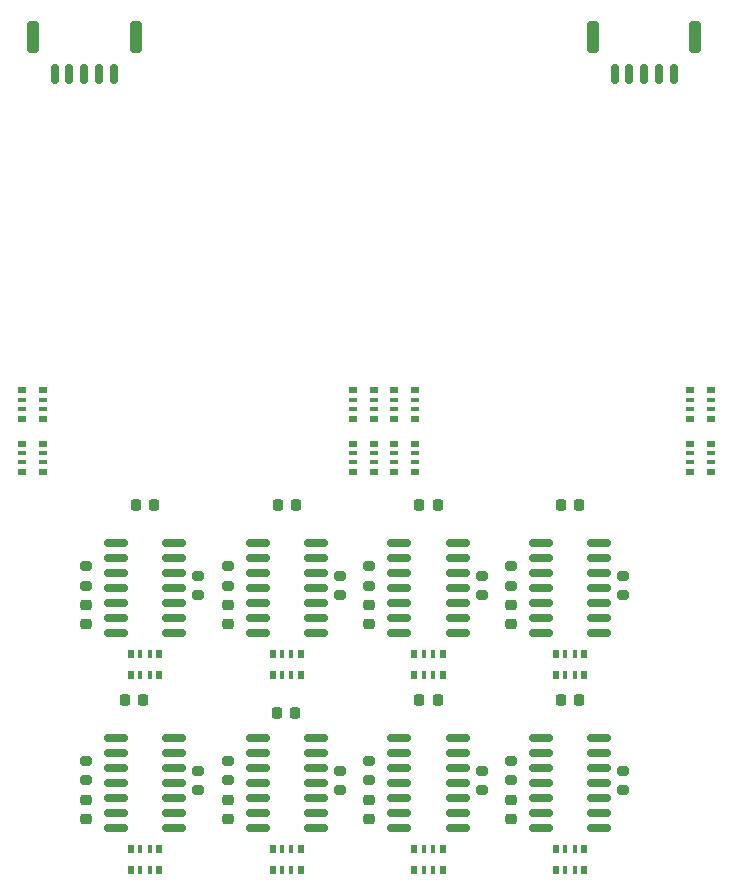
<source format=gbr>
%TF.GenerationSoftware,KiCad,Pcbnew,(6.0.0)*%
%TF.CreationDate,2022-08-06T01:14:48-04:00*%
%TF.ProjectId,security module,73656375-7269-4747-9920-6d6f64756c65,rev?*%
%TF.SameCoordinates,Original*%
%TF.FileFunction,Paste,Bot*%
%TF.FilePolarity,Positive*%
%FSLAX46Y46*%
G04 Gerber Fmt 4.6, Leading zero omitted, Abs format (unit mm)*
G04 Created by KiCad (PCBNEW (6.0.0)) date 2022-08-06 01:14:48*
%MOMM*%
%LPD*%
G01*
G04 APERTURE LIST*
G04 Aperture macros list*
%AMRoundRect*
0 Rectangle with rounded corners*
0 $1 Rounding radius*
0 $2 $3 $4 $5 $6 $7 $8 $9 X,Y pos of 4 corners*
0 Add a 4 corners polygon primitive as box body*
4,1,4,$2,$3,$4,$5,$6,$7,$8,$9,$2,$3,0*
0 Add four circle primitives for the rounded corners*
1,1,$1+$1,$2,$3*
1,1,$1+$1,$4,$5*
1,1,$1+$1,$6,$7*
1,1,$1+$1,$8,$9*
0 Add four rect primitives between the rounded corners*
20,1,$1+$1,$2,$3,$4,$5,0*
20,1,$1+$1,$4,$5,$6,$7,0*
20,1,$1+$1,$6,$7,$8,$9,0*
20,1,$1+$1,$8,$9,$2,$3,0*%
G04 Aperture macros list end*
%ADD10RoundRect,0.200000X-0.275000X0.200000X-0.275000X-0.200000X0.275000X-0.200000X0.275000X0.200000X0*%
%ADD11RoundRect,0.150000X0.825000X0.150000X-0.825000X0.150000X-0.825000X-0.150000X0.825000X-0.150000X0*%
%ADD12RoundRect,0.225000X0.225000X0.250000X-0.225000X0.250000X-0.225000X-0.250000X0.225000X-0.250000X0*%
%ADD13R,0.500000X0.800000*%
%ADD14R,0.400000X0.800000*%
%ADD15RoundRect,0.225000X-0.250000X0.225000X-0.250000X-0.225000X0.250000X-0.225000X0.250000X0.225000X0*%
%ADD16RoundRect,0.200000X0.275000X-0.200000X0.275000X0.200000X-0.275000X0.200000X-0.275000X-0.200000X0*%
%ADD17RoundRect,0.150000X-0.150000X-0.700000X0.150000X-0.700000X0.150000X0.700000X-0.150000X0.700000X0*%
%ADD18RoundRect,0.250000X-0.250000X-1.100000X0.250000X-1.100000X0.250000X1.100000X-0.250000X1.100000X0*%
%ADD19R,0.800000X0.500000*%
%ADD20R,0.800000X0.400000*%
G04 APERTURE END LIST*
D10*
%TO.C,R10*%
X52950000Y-69500000D03*
X52950000Y-71150000D03*
%TD*%
D11*
%TO.C,P4*%
X50925000Y-66690000D03*
X50925000Y-67960000D03*
X50925000Y-69230000D03*
X50925000Y-70500000D03*
X50925000Y-71770000D03*
X50925000Y-73040000D03*
X50925000Y-74310000D03*
X45975000Y-74310000D03*
X45975000Y-73040000D03*
X45975000Y-71770000D03*
X45975000Y-70500000D03*
X45975000Y-69230000D03*
X45975000Y-67960000D03*
X45975000Y-66690000D03*
%TD*%
D10*
%TO.C,R8*%
X52950000Y-86000000D03*
X52950000Y-87650000D03*
%TD*%
D12*
%TO.C,C19*%
X73225000Y-80000000D03*
X71675000Y-80000000D03*
%TD*%
D13*
%TO.C,RN17*%
X73650000Y-94400000D03*
D14*
X72850000Y-94400000D03*
X72050000Y-94400000D03*
D13*
X71250000Y-94400000D03*
X71250000Y-92600000D03*
D14*
X72050000Y-92600000D03*
X72850000Y-92600000D03*
D13*
X73650000Y-92600000D03*
%TD*%
%TO.C,RN13*%
X49650000Y-94400000D03*
D14*
X48850000Y-94400000D03*
X48050000Y-94400000D03*
D13*
X47250000Y-94400000D03*
X47250000Y-92600000D03*
D14*
X48050000Y-92600000D03*
X48850000Y-92600000D03*
D13*
X49650000Y-92600000D03*
%TD*%
D15*
%TO.C,C10*%
X43450000Y-88500000D03*
X43450000Y-90050000D03*
%TD*%
D16*
%TO.C,R17*%
X67450000Y-70325000D03*
X67450000Y-68675000D03*
%TD*%
D17*
%TO.C,J5*%
X76200000Y-27050000D03*
X77450000Y-27050000D03*
X78700000Y-27050000D03*
X79950000Y-27050000D03*
X81200000Y-27050000D03*
D18*
X74350000Y-23850000D03*
X83050000Y-23850000D03*
%TD*%
D15*
%TO.C,C7*%
X31450000Y-72000000D03*
X31450000Y-73550000D03*
%TD*%
D13*
%TO.C,RN14*%
X49650000Y-77900000D03*
D14*
X48850000Y-77900000D03*
X48050000Y-77900000D03*
D13*
X47250000Y-77900000D03*
X47250000Y-76100000D03*
D14*
X48050000Y-76100000D03*
X48850000Y-76100000D03*
D13*
X49650000Y-76100000D03*
%TD*%
D12*
%TO.C,C17*%
X61225000Y-63500000D03*
X59675000Y-63500000D03*
%TD*%
D16*
%TO.C,R11*%
X55450000Y-86825000D03*
X55450000Y-85175000D03*
%TD*%
D19*
%TO.C,RN9*%
X26050000Y-60700000D03*
D20*
X26050000Y-59900000D03*
X26050000Y-59100000D03*
D19*
X26050000Y-58300000D03*
X27850000Y-58300000D03*
D20*
X27850000Y-59100000D03*
X27850000Y-59900000D03*
D19*
X27850000Y-60700000D03*
%TD*%
D16*
%TO.C,R9*%
X43450000Y-70325000D03*
X43450000Y-68675000D03*
%TD*%
D19*
%TO.C,RN6*%
X84350000Y-53800000D03*
D20*
X84350000Y-54600000D03*
X84350000Y-55400000D03*
D19*
X84350000Y-56200000D03*
X82550000Y-56200000D03*
D20*
X82550000Y-55400000D03*
X82550000Y-54600000D03*
D19*
X82550000Y-53800000D03*
%TD*%
D13*
%TO.C,RN12*%
X37650000Y-77900000D03*
D14*
X36850000Y-77900000D03*
X36050000Y-77900000D03*
D13*
X35250000Y-77900000D03*
X35250000Y-76100000D03*
D14*
X36050000Y-76100000D03*
X36850000Y-76100000D03*
D13*
X37650000Y-76100000D03*
%TD*%
D19*
%TO.C,RN7*%
X26050000Y-56200000D03*
D20*
X26050000Y-55400000D03*
X26050000Y-54600000D03*
D19*
X26050000Y-53800000D03*
X27850000Y-53800000D03*
D20*
X27850000Y-54600000D03*
X27850000Y-55400000D03*
D19*
X27850000Y-56200000D03*
%TD*%
D15*
%TO.C,C20*%
X67450000Y-72000000D03*
X67450000Y-73550000D03*
%TD*%
D16*
%TO.C,R3*%
X31450000Y-86825000D03*
X31450000Y-85175000D03*
%TD*%
D11*
%TO.C,P2*%
X38925000Y-66690000D03*
X38925000Y-67960000D03*
X38925000Y-69230000D03*
X38925000Y-70500000D03*
X38925000Y-71770000D03*
X38925000Y-73040000D03*
X38925000Y-74310000D03*
X33975000Y-74310000D03*
X33975000Y-73040000D03*
X33975000Y-71770000D03*
X33975000Y-70500000D03*
X33975000Y-69230000D03*
X33975000Y-67960000D03*
X33975000Y-66690000D03*
%TD*%
D15*
%TO.C,C12*%
X43450000Y-72000000D03*
X43450000Y-73550000D03*
%TD*%
D12*
%TO.C,C8*%
X36275000Y-80000000D03*
X34725000Y-80000000D03*
%TD*%
D10*
%TO.C,R14*%
X64950000Y-69500000D03*
X64950000Y-71150000D03*
%TD*%
D11*
%TO.C,P6*%
X62925000Y-66690000D03*
X62925000Y-67960000D03*
X62925000Y-69230000D03*
X62925000Y-70500000D03*
X62925000Y-71770000D03*
X62925000Y-73040000D03*
X62925000Y-74310000D03*
X57975000Y-74310000D03*
X57975000Y-73040000D03*
X57975000Y-71770000D03*
X57975000Y-70500000D03*
X57975000Y-69230000D03*
X57975000Y-67960000D03*
X57975000Y-66690000D03*
%TD*%
D15*
%TO.C,C14*%
X55450000Y-88500000D03*
X55450000Y-90050000D03*
%TD*%
D11*
%TO.C,P5*%
X62925000Y-83190000D03*
X62925000Y-84460000D03*
X62925000Y-85730000D03*
X62925000Y-87000000D03*
X62925000Y-88270000D03*
X62925000Y-89540000D03*
X62925000Y-90810000D03*
X57975000Y-90810000D03*
X57975000Y-89540000D03*
X57975000Y-88270000D03*
X57975000Y-87000000D03*
X57975000Y-85730000D03*
X57975000Y-84460000D03*
X57975000Y-83190000D03*
%TD*%
D15*
%TO.C,C18*%
X67450000Y-88500000D03*
X67450000Y-90050000D03*
%TD*%
D13*
%TO.C,RN11*%
X37650000Y-94400000D03*
D14*
X36850000Y-94400000D03*
X36050000Y-94400000D03*
D13*
X35250000Y-94400000D03*
X35250000Y-92600000D03*
D14*
X36050000Y-92600000D03*
X36850000Y-92600000D03*
D13*
X37650000Y-92600000D03*
%TD*%
D16*
%TO.C,R15*%
X67450000Y-86825000D03*
X67450000Y-85175000D03*
%TD*%
%TO.C,R7*%
X43450000Y-86825000D03*
X43450000Y-85175000D03*
%TD*%
D12*
%TO.C,C15*%
X61225000Y-80000000D03*
X59675000Y-80000000D03*
%TD*%
D19*
%TO.C,RN5*%
X55850000Y-53800000D03*
D20*
X55850000Y-54600000D03*
X55850000Y-55400000D03*
D19*
X55850000Y-56200000D03*
X54050000Y-56200000D03*
D20*
X54050000Y-55400000D03*
X54050000Y-54600000D03*
D19*
X54050000Y-53800000D03*
%TD*%
D10*
%TO.C,R12*%
X64950000Y-86000000D03*
X64950000Y-87650000D03*
%TD*%
D13*
%TO.C,RN15*%
X61650000Y-94400000D03*
D14*
X60850000Y-94400000D03*
X60050000Y-94400000D03*
D13*
X59250000Y-94400000D03*
X59250000Y-92600000D03*
D14*
X60050000Y-92600000D03*
X60850000Y-92600000D03*
D13*
X61650000Y-92600000D03*
%TD*%
%TO.C,RN16*%
X61650000Y-77900000D03*
D14*
X60850000Y-77900000D03*
X60050000Y-77900000D03*
D13*
X59250000Y-77900000D03*
X59250000Y-76100000D03*
D14*
X60050000Y-76100000D03*
X60850000Y-76100000D03*
D13*
X61650000Y-76100000D03*
%TD*%
D11*
%TO.C,P1*%
X38925000Y-83190000D03*
X38925000Y-84460000D03*
X38925000Y-85730000D03*
X38925000Y-87000000D03*
X38925000Y-88270000D03*
X38925000Y-89540000D03*
X38925000Y-90810000D03*
X33975000Y-90810000D03*
X33975000Y-89540000D03*
X33975000Y-88270000D03*
X33975000Y-87000000D03*
X33975000Y-85730000D03*
X33975000Y-84460000D03*
X33975000Y-83190000D03*
%TD*%
D19*
%TO.C,RN8*%
X57550000Y-56200000D03*
D20*
X57550000Y-55400000D03*
X57550000Y-54600000D03*
D19*
X57550000Y-53800000D03*
X59350000Y-53800000D03*
D20*
X59350000Y-54600000D03*
X59350000Y-55400000D03*
D19*
X59350000Y-56200000D03*
%TD*%
%TO.C,RN3*%
X55850000Y-58300000D03*
D20*
X55850000Y-59100000D03*
X55850000Y-59900000D03*
D19*
X55850000Y-60700000D03*
X54050000Y-60700000D03*
D20*
X54050000Y-59900000D03*
X54050000Y-59100000D03*
D19*
X54050000Y-58300000D03*
%TD*%
D11*
%TO.C,P8*%
X74925000Y-66690000D03*
X74925000Y-67960000D03*
X74925000Y-69230000D03*
X74925000Y-70500000D03*
X74925000Y-71770000D03*
X74925000Y-73040000D03*
X74925000Y-74310000D03*
X69975000Y-74310000D03*
X69975000Y-73040000D03*
X69975000Y-71770000D03*
X69975000Y-70500000D03*
X69975000Y-69230000D03*
X69975000Y-67960000D03*
X69975000Y-66690000D03*
%TD*%
D19*
%TO.C,RN4*%
X84350000Y-58300000D03*
D20*
X84350000Y-59100000D03*
X84350000Y-59900000D03*
D19*
X84350000Y-60700000D03*
X82550000Y-60700000D03*
D20*
X82550000Y-59900000D03*
X82550000Y-59100000D03*
D19*
X82550000Y-58300000D03*
%TD*%
D12*
%TO.C,C11*%
X49190000Y-81090000D03*
X47640000Y-81090000D03*
%TD*%
D10*
%TO.C,R16*%
X76950000Y-86000000D03*
X76950000Y-87650000D03*
%TD*%
D12*
%TO.C,C13*%
X49225000Y-63500000D03*
X47675000Y-63500000D03*
%TD*%
D13*
%TO.C,RN18*%
X73650000Y-77900000D03*
D14*
X72850000Y-77900000D03*
X72050000Y-77900000D03*
D13*
X71250000Y-77900000D03*
X71250000Y-76100000D03*
D14*
X72050000Y-76100000D03*
X72850000Y-76100000D03*
D13*
X73650000Y-76100000D03*
%TD*%
D10*
%TO.C,R6*%
X40950000Y-69500000D03*
X40950000Y-71150000D03*
%TD*%
D19*
%TO.C,RN10*%
X57550000Y-60700000D03*
D20*
X57550000Y-59900000D03*
X57550000Y-59100000D03*
D19*
X57550000Y-58300000D03*
X59350000Y-58300000D03*
D20*
X59350000Y-59100000D03*
X59350000Y-59900000D03*
D19*
X59350000Y-60700000D03*
%TD*%
D15*
%TO.C,C6*%
X31450000Y-88500000D03*
X31450000Y-90050000D03*
%TD*%
D10*
%TO.C,R18*%
X76950000Y-69500000D03*
X76950000Y-71150000D03*
%TD*%
%TO.C,R5*%
X40950000Y-86000000D03*
X40950000Y-87650000D03*
%TD*%
D12*
%TO.C,C9*%
X37225000Y-63500000D03*
X35675000Y-63500000D03*
%TD*%
%TO.C,C21*%
X73225000Y-63500000D03*
X71675000Y-63500000D03*
%TD*%
D11*
%TO.C,P7*%
X74925000Y-83190000D03*
X74925000Y-84460000D03*
X74925000Y-85730000D03*
X74925000Y-87000000D03*
X74925000Y-88270000D03*
X74925000Y-89540000D03*
X74925000Y-90810000D03*
X69975000Y-90810000D03*
X69975000Y-89540000D03*
X69975000Y-88270000D03*
X69975000Y-87000000D03*
X69975000Y-85730000D03*
X69975000Y-84460000D03*
X69975000Y-83190000D03*
%TD*%
D16*
%TO.C,R13*%
X55450000Y-70325000D03*
X55450000Y-68675000D03*
%TD*%
D17*
%TO.C,J6*%
X28800000Y-27050000D03*
X30050000Y-27050000D03*
X31300000Y-27050000D03*
X32550000Y-27050000D03*
X33800000Y-27050000D03*
D18*
X35650000Y-23850000D03*
X26950000Y-23850000D03*
%TD*%
D15*
%TO.C,C16*%
X55450000Y-72000000D03*
X55450000Y-73550000D03*
%TD*%
D11*
%TO.C,P3*%
X50925000Y-83190000D03*
X50925000Y-84460000D03*
X50925000Y-85730000D03*
X50925000Y-87000000D03*
X50925000Y-88270000D03*
X50925000Y-89540000D03*
X50925000Y-90810000D03*
X45975000Y-90810000D03*
X45975000Y-89540000D03*
X45975000Y-88270000D03*
X45975000Y-87000000D03*
X45975000Y-85730000D03*
X45975000Y-84460000D03*
X45975000Y-83190000D03*
%TD*%
D16*
%TO.C,R4*%
X31450000Y-70325000D03*
X31450000Y-68675000D03*
%TD*%
M02*

</source>
